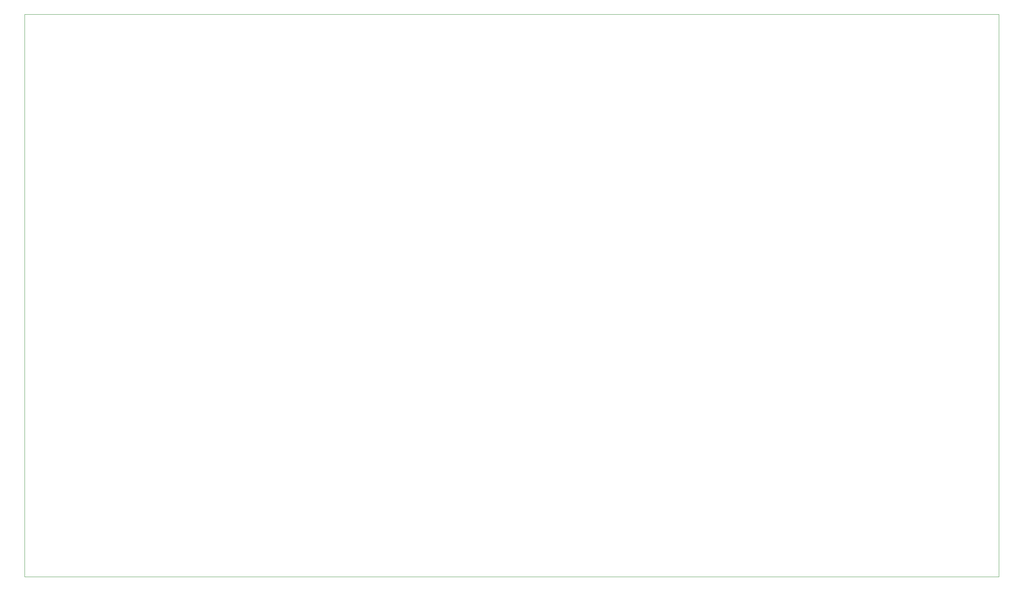
<source format=gm1>
G04 #@! TF.GenerationSoftware,KiCad,Pcbnew,(6.0.6)*
G04 #@! TF.CreationDate,2023-08-23T18:14:00+02:00*
G04 #@! TF.ProjectId,cuk-iso-ps,63756b2d-6973-46f2-9d70-732e6b696361,rev?*
G04 #@! TF.SameCoordinates,Original*
G04 #@! TF.FileFunction,Profile,NP*
%FSLAX46Y46*%
G04 Gerber Fmt 4.6, Leading zero omitted, Abs format (unit mm)*
G04 Created by KiCad (PCBNEW (6.0.6)) date 2023-08-23 18:14:00*
%MOMM*%
%LPD*%
G01*
G04 APERTURE LIST*
G04 #@! TA.AperFunction,Profile*
%ADD10C,0.100000*%
G04 #@! TD*
G04 APERTURE END LIST*
D10*
X13000000Y-153800000D02*
X238000000Y-153800000D01*
X238000000Y-23800000D02*
X238000000Y-153800000D01*
X238000000Y-23800000D02*
X13000000Y-23800000D01*
X13000000Y-23800000D02*
X13000000Y-153800000D01*
M02*

</source>
